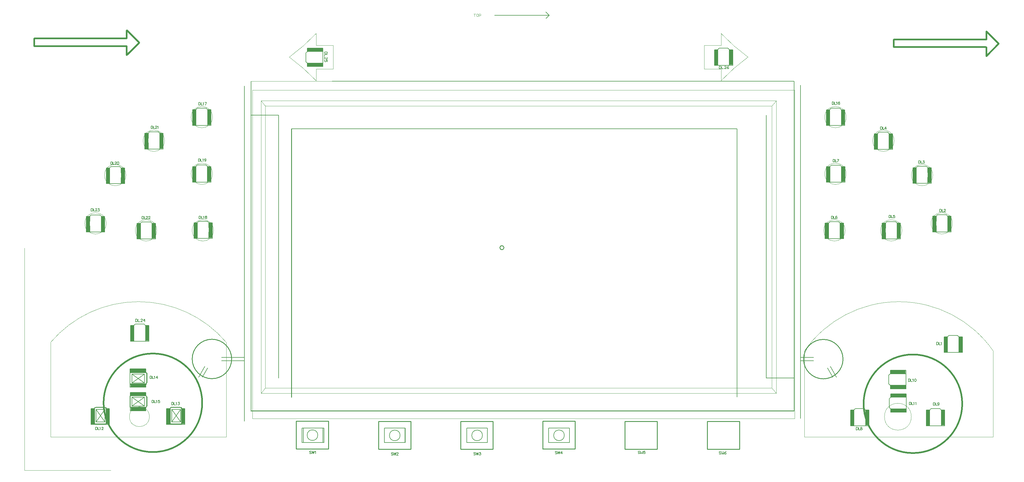
<source format=gto>
%FSLAX42Y42*%
%MOMM*%
G71*
G01*
G75*
G04 Layer_Color=65535*
%ADD10C,0.25*%
%ADD11R,1.60X2.70*%
%ADD12R,2.70X1.60*%
%ADD13C,1.00*%
%ADD14C,0.25*%
%ADD15C,0.50*%
%ADD16C,0.30*%
%ADD17C,0.35*%
%ADD18C,1.00*%
%ADD19C,1.20*%
%ADD20C,0.20*%
%ADD21C,0.40*%
%ADD22C,0.80*%
%ADD23C,0.60*%
%ADD24O,2.40X2.00*%
%ADD25O,1.40X2.50*%
%ADD26R,1.40X2.50*%
%ADD27C,1.70*%
%ADD28R,2.50X1.40*%
%ADD29O,2.50X1.40*%
%ADD30O,2.00X2.30*%
%ADD31O,2.00X3.00*%
%ADD32P,2.71X8X292.5*%
%ADD33C,2.50*%
%ADD34O,1.20X2.50*%
%ADD35R,1.20X2.50*%
%ADD36C,3.00*%
%ADD37C,0.60*%
%ADD38C,0.80*%
%ADD39R,0.50X1.10*%
%ADD40R,1.30X1.30*%
%ADD41R,1.10X0.50*%
%ADD42R,1.30X1.30*%
%ADD43R,1.35X0.70*%
%ADD44R,1.80X0.70*%
G04:AMPARAMS|DCode=45|XSize=1.9mm|YSize=3.3mm|CornerRadius=0mm|HoleSize=0mm|Usage=FLASHONLY|Rotation=90.000|XOffset=0mm|YOffset=0mm|HoleType=Round|Shape=Octagon|*
%AMOCTAGOND45*
4,1,8,-1.65,-0.47,-1.65,0.47,-1.17,0.95,1.17,0.95,1.65,0.47,1.65,-0.47,1.17,-0.95,-1.17,-0.95,-1.65,-0.47,0.0*
%
%ADD45OCTAGOND45*%

%ADD46R,1.60X1.80*%
%ADD47R,1.80X1.60*%
%ADD48R,1.65X0.60*%
%ADD49R,1.80X1.60*%
%ADD50P,1.84X4X360.0*%
%ADD51P,1.84X4X90.0*%
%ADD52R,3.00X2.00*%
%ADD53R,1.80X2.70*%
%ADD54R,1.20X1.60*%
%ADD55R,1.80X2.00*%
%ADD56R,2.50X2.00*%
%ADD57R,1.20X3.50*%
%ADD58R,2.20X2.20*%
G04:AMPARAMS|DCode=59|XSize=2.2mm|YSize=2.2mm|CornerRadius=0.55mm|HoleSize=0mm|Usage=FLASHONLY|Rotation=270.000|XOffset=0mm|YOffset=0mm|HoleType=Round|Shape=RoundedRectangle|*
%AMROUNDEDRECTD59*
21,1,2.20,1.10,0,0,270.0*
21,1,1.10,2.20,0,0,270.0*
1,1,1.10,-0.55,-0.55*
1,1,1.10,-0.55,0.55*
1,1,1.10,0.55,0.55*
1,1,1.10,0.55,-0.55*
%
%ADD59ROUNDEDRECTD59*%
%ADD60R,2.00X1.80*%
G04:AMPARAMS|DCode=61|XSize=6mm|YSize=12.7mm|CornerRadius=1.5mm|HoleSize=0mm|Usage=FLASHONLY|Rotation=0.000|XOffset=0mm|YOffset=0mm|HoleType=Round|Shape=RoundedRectangle|*
%AMROUNDEDRECTD61*
21,1,6.00,9.70,0,0,0.0*
21,1,3.00,12.70,0,0,0.0*
1,1,3.00,1.50,-4.85*
1,1,3.00,-1.50,-4.85*
1,1,3.00,-1.50,4.85*
1,1,3.00,1.50,4.85*
%
%ADD61ROUNDEDRECTD61*%
%ADD62R,1.00X1.00*%
%ADD63R,1.30X1.00*%
%ADD64R,1.60X1.20*%
%ADD65R,2.60X1.60*%
%ADD66R,1.10X2.15*%
%ADD67R,1.10X2.15*%
%ADD68R,3.50X2.15*%
%ADD69R,2.15X3.50*%
%ADD70R,2.15X1.10*%
%ADD71R,2.15X1.10*%
%ADD72R,0.50X1.80*%
%ADD73O,0.50X1.80*%
%ADD74R,1.00X1.00*%
%ADD75R,1.00X1.30*%
%ADD76R,2.50X4.00*%
%ADD77O,1.80X0.55*%
%ADD78R,1.80X0.55*%
%ADD79R,2.50X3.30*%
%ADD80O,1.80X0.50*%
%ADD81R,1.80X0.50*%
G04:AMPARAMS|DCode=82|XSize=1.9mm|YSize=3.3mm|CornerRadius=0mm|HoleSize=0mm|Usage=FLASHONLY|Rotation=0.000|XOffset=0mm|YOffset=0mm|HoleType=Round|Shape=Octagon|*
%AMOCTAGOND82*
4,1,8,-0.47,1.65,0.47,1.65,0.95,1.17,0.95,-1.17,0.47,-1.65,-0.47,-1.65,-0.95,-1.17,-0.95,1.17,-0.47,1.65,0.0*
%
%ADD82OCTAGOND82*%

%ADD83R,0.70X1.80*%
%ADD84R,0.70X1.35*%
%ADD85R,5.80X6.20*%
%ADD86R,1.60X3.00*%
%ADD87R,1.27X0.50*%
%ADD88R,0.50X1.27*%
%ADD89R,1.60X1.80*%
G04:AMPARAMS|DCode=90|XSize=6mm|YSize=12.7mm|CornerRadius=1.5mm|HoleSize=0mm|Usage=FLASHONLY|Rotation=90.000|XOffset=0mm|YOffset=0mm|HoleType=Round|Shape=RoundedRectangle|*
%AMROUNDEDRECTD90*
21,1,6.00,9.70,0,0,90.0*
21,1,3.00,12.70,0,0,90.0*
1,1,3.00,4.85,1.50*
1,1,3.00,4.85,-1.50*
1,1,3.00,-4.85,-1.50*
1,1,3.00,-4.85,1.50*
%
%ADD90ROUNDEDRECTD90*%
%ADD91R,2.00X3.00*%
%ADD92R,1.00X4.50*%
%ADD93R,9.00X9.00*%
%ADD94R,0.25X2.00*%
%ADD95R,2.00X0.25*%
%ADD96R,1.90X1.60*%
%ADD97R,1.45X2.00*%
%ADD98O,1.60X0.25*%
%ADD99R,1.60X0.25*%
G04:AMPARAMS|DCode=100|XSize=5mm|YSize=1.6mm|CornerRadius=0.4mm|HoleSize=0mm|Usage=FLASHONLY|Rotation=90.000|XOffset=0mm|YOffset=0mm|HoleType=Round|Shape=RoundedRectangle|*
%AMROUNDEDRECTD100*
21,1,5.00,0.80,0,0,90.0*
21,1,4.20,1.60,0,0,90.0*
1,1,0.80,0.40,2.10*
1,1,0.80,0.40,-2.10*
1,1,0.80,-0.40,-2.10*
1,1,0.80,-0.40,2.10*
%
%ADD100ROUNDEDRECTD100*%
%ADD101R,0.60X1.65*%
%ADD102C,0.15*%
%ADD103R,6.05X6.05*%
%ADD104R,4.95X6.30*%
%ADD105R,1.57X1.19*%
%ADD106C,0.10*%
%ADD107C,0.13*%
%ADD108C,0.14*%
%ADD109R,4.76X1.25*%
%ADD110R,4.69X1.25*%
%ADD111R,1.25X4.69*%
%ADD112R,1.25X4.76*%
D10*
X6300Y3391D02*
G03*
X6300Y3391I-600J0D01*
G01*
X24897Y3386D02*
G03*
X24897Y3386I-600J0D01*
G01*
X14582Y6778D02*
G03*
X14582Y6778I-62J0D01*
G01*
X19247Y645D02*
Y1495D01*
X18264Y645D02*
X19247D01*
X18264D02*
Y1495D01*
X19247D01*
X21749Y645D02*
Y1495D01*
X20766Y645D02*
X21749D01*
X20766D02*
Y1495D01*
X21749D01*
X10769Y1493D02*
X11751D01*
X10769Y643D02*
Y1493D01*
Y643D02*
X11751D01*
Y643D02*
Y1493D01*
X13268Y1495D02*
X14251D01*
X13268Y645D02*
Y1495D01*
Y645D02*
X14251D01*
Y645D02*
Y1495D01*
X15762Y1500D02*
X16745D01*
X15762Y650D02*
Y1500D01*
Y650D02*
X16745D01*
Y650D02*
Y1500D01*
X8116Y2227D02*
Y10394D01*
X8262Y1499D02*
X9244D01*
X8262Y649D02*
Y1499D01*
Y649D02*
X9244D01*
Y649D02*
Y1499D01*
D15*
X28523Y2027D02*
G03*
X28523Y2027I-1500J0D01*
G01*
X5404Y2057D02*
G03*
X5404Y2057I-1500J0D01*
G01*
X26468Y13115D02*
X29186D01*
X29261Y13360D02*
X29635Y12987D01*
Y12985D02*
Y12987D01*
X29278Y12628D02*
X29635Y12985D01*
X29256Y12607D02*
Y12880D01*
X26442Y12884D02*
X29238D01*
X26442D02*
Y13107D01*
X26451Y13116D01*
X29164Y13115D02*
X29257D01*
X29258Y13115D01*
Y13357D01*
X29257Y13357D02*
X29258Y13357D01*
X29256Y12607D02*
X29331Y12682D01*
X3106Y12640D02*
X3181Y12715D01*
X3107Y13391D02*
X3108Y13390D01*
Y13149D02*
Y13390D01*
X3107Y13148D02*
X3108Y13149D01*
X3014Y13148D02*
X3107D01*
X292Y13141D02*
X301Y13150D01*
X292Y12917D02*
Y13141D01*
Y12917D02*
X3088D01*
X3106Y12640D02*
Y12914D01*
X3128Y12661D02*
X3485Y13018D01*
Y13020D01*
X3111Y13394D02*
X3485Y13020D01*
X318Y13148D02*
X3036D01*
D20*
X26344Y1875D02*
X26493D01*
X26303Y1916D02*
X26343Y1876D01*
X26303Y1916D02*
Y2182D01*
X26343Y2222D01*
X26346Y2225D02*
X26493D01*
X26633D02*
X26823D01*
X26633Y1875D02*
X26823D01*
Y1770D02*
Y2330D01*
Y1875D02*
Y2225D01*
X26346Y2330D02*
X26823D01*
X26346Y1770D02*
Y1875D01*
Y1770D02*
X26823D01*
X26346Y2222D02*
Y2330D01*
X26343Y2222D02*
X26346D01*
X26330Y2938D02*
X26334D01*
Y3046D01*
Y2486D02*
X26810D01*
X26334D02*
Y2591D01*
Y3046D02*
X26810D01*
Y2591D02*
Y2941D01*
Y2486D02*
Y3046D01*
X26620Y2591D02*
X26810D01*
X26620Y2941D02*
X26810D01*
X26334D02*
X26480D01*
X26290Y2898D02*
X26330Y2938D01*
X26290Y2632D02*
Y2898D01*
Y2632D02*
X26330Y2592D01*
X26331Y2591D02*
X26480D01*
X3546Y2270D02*
X3695D01*
X3696Y2270D02*
X3736Y2230D01*
Y1963D02*
Y2230D01*
X3696Y1923D02*
X3736Y1963D01*
X3546Y1920D02*
X3692D01*
X3216D02*
X3406D01*
X3216Y2270D02*
X3406D01*
X3216Y1816D02*
Y2375D01*
Y1920D02*
Y2270D01*
Y1816D02*
X3692D01*
Y2270D02*
Y2375D01*
X3216D02*
X3692D01*
Y1816D02*
Y1923D01*
X3696D01*
X3686Y2639D02*
X3689D01*
X3686Y2532D02*
Y2639D01*
X3209Y3092D02*
X3686D01*
Y2987D02*
Y3092D01*
X3209Y2532D02*
X3686D01*
X3209Y2637D02*
Y2987D01*
Y2532D02*
Y3092D01*
Y2987D02*
X3399D01*
X3209Y2637D02*
X3399D01*
X3539D02*
X3686D01*
X3689Y2639D02*
X3729Y2679D01*
Y2946D01*
X3689Y2986D02*
X3729Y2946D01*
X3539Y2987D02*
X3688D01*
X3875Y7521D02*
Y7525D01*
Y7521D02*
X3982D01*
X3422Y7045D02*
Y7521D01*
X3527D01*
X3982Y7045D02*
Y7521D01*
X3527Y7045D02*
X3877D01*
X3422D02*
X3982D01*
X3527D02*
Y7235D01*
X3877Y7045D02*
Y7235D01*
Y7375D02*
Y7521D01*
X3835Y7565D02*
X3875Y7525D01*
X3568Y7565D02*
X3835D01*
X3528Y7525D02*
X3568Y7565D01*
X3527Y7375D02*
Y7524D01*
X3763Y10113D02*
Y10262D01*
X3764Y10263D02*
X3804Y10303D01*
X4071D01*
X4111Y10263D01*
X4113Y10113D02*
Y10259D01*
Y9783D02*
Y9973D01*
X3763Y9783D02*
Y9973D01*
X3658Y9783D02*
X4218D01*
X3763D02*
X4113D01*
X4218D02*
Y10259D01*
X3658D02*
X3763D01*
X3658Y9783D02*
Y10259D01*
X4111D02*
X4218D01*
X4111D02*
Y10263D01*
X2937Y9205D02*
Y9209D01*
Y9205D02*
X3045D01*
X2485Y8729D02*
Y9205D01*
X2590D01*
X3045Y8729D02*
Y9205D01*
X2590Y8729D02*
X2940D01*
X2485D02*
X3045D01*
X2590D02*
Y8919D01*
X2940Y8729D02*
Y8919D01*
Y9059D02*
Y9205D01*
X2897Y9249D02*
X2937Y9209D01*
X2631Y9249D02*
X2897D01*
X2591Y9209D02*
X2631Y9249D01*
X2590Y9059D02*
Y9208D01*
X5214Y9104D02*
Y9253D01*
X5215Y9254D02*
X5255Y9294D01*
X5521D01*
X5561Y9254D01*
X5564Y9104D02*
Y9251D01*
Y8774D02*
Y8964D01*
X5214Y8774D02*
Y8964D01*
X5109Y8774D02*
X5669D01*
X5214D02*
X5564D01*
X5669D02*
Y9251D01*
X5109D02*
X5214D01*
X5109Y8774D02*
Y9251D01*
X5561D02*
X5669D01*
X5561D02*
Y9254D01*
X5604Y7539D02*
Y7543D01*
Y7539D02*
X5712D01*
X5152Y7063D02*
Y7539D01*
X5257D01*
X5712Y7063D02*
Y7539D01*
X5257Y7063D02*
X5607D01*
X5152D02*
X5712D01*
X5257D02*
Y7253D01*
X5607Y7063D02*
Y7253D01*
Y7393D02*
Y7539D01*
X5564Y7583D02*
X5604Y7543D01*
X5298Y7583D02*
X5564D01*
X5258Y7543D02*
X5298Y7583D01*
X5257Y7393D02*
Y7541D01*
X5216Y10834D02*
Y10983D01*
X5217Y10984D02*
X5257Y11024D01*
X5524D01*
X5564Y10984D01*
X5566Y10834D02*
Y10981D01*
Y10504D02*
Y10694D01*
X5216Y10504D02*
Y10694D01*
X5111Y10504D02*
X5671D01*
X5216D02*
X5566D01*
X5671D02*
Y10981D01*
X5111D02*
X5216D01*
X5111Y10504D02*
Y10981D01*
X5564D02*
X5671D01*
X5564D02*
Y10984D01*
X24842Y10978D02*
Y10982D01*
Y10978D02*
X24950D01*
X24390Y10502D02*
Y10978D01*
X24495D01*
X24950Y10502D02*
Y10978D01*
X24495Y10502D02*
X24845D01*
X24390D02*
X24950D01*
X24495D02*
Y10692D01*
X24845Y10502D02*
Y10692D01*
Y10832D02*
Y10978D01*
X24802Y11022D02*
X24842Y10982D01*
X24536Y11022D02*
X24802D01*
X24496Y10982D02*
X24536Y11022D01*
X24495Y10832D02*
Y10981D01*
X4422Y1731D02*
Y1879D01*
X4423Y1881D02*
X4463Y1921D01*
X4730D01*
X4770Y1881D01*
X4772Y1731D02*
Y1877D01*
Y1401D02*
Y1591D01*
X4422Y1401D02*
Y1591D01*
X4317Y1401D02*
X4877D01*
X4422D02*
X4772D01*
X4877D02*
Y1877D01*
X4317D02*
X4422D01*
X4317Y1401D02*
Y1877D01*
X4770D02*
X4877D01*
X4770D02*
Y1881D01*
X2473Y1877D02*
Y1881D01*
Y1877D02*
X2580D01*
X2020Y1401D02*
Y1877D01*
X2125D01*
X2580Y1401D02*
Y1877D01*
X2125Y1401D02*
X2475D01*
X2020D02*
X2580D01*
X2125D02*
Y1591D01*
X2475Y1401D02*
Y1591D01*
Y1731D02*
Y1877D01*
X2433Y1921D02*
X2473Y1881D01*
X2166Y1921D02*
X2433D01*
X2126Y1881D02*
X2166Y1921D01*
X2125Y1731D02*
Y1879D01*
X27536Y1690D02*
Y1839D01*
X27537Y1840D02*
X27577Y1880D01*
X27843D01*
X27883Y1840D01*
X27886Y1690D02*
Y1836D01*
Y1360D02*
Y1550D01*
X27536Y1360D02*
Y1550D01*
X27431Y1360D02*
X27991D01*
X27536D02*
X27886D01*
X27991D02*
Y1836D01*
X27431D02*
X27536D01*
X27431Y1360D02*
Y1836D01*
X27883D02*
X27991D01*
X27883D02*
Y1840D01*
X24500Y9102D02*
Y9251D01*
X24501Y9252D02*
X24541Y9292D01*
X24807D01*
X24848Y9252D01*
X24850Y9102D02*
Y9248D01*
Y8772D02*
Y8962D01*
X24500Y8772D02*
Y8962D01*
X24395Y8772D02*
X24955D01*
X24500D02*
X24850D01*
X24955D02*
Y9248D01*
X24395D02*
X24500D01*
X24395Y8772D02*
Y9248D01*
X24848D02*
X24955D01*
X24848D02*
Y9252D01*
X24804Y7529D02*
Y7532D01*
Y7529D02*
X24912D01*
X24352Y7052D02*
Y7529D01*
X24457D01*
X24912Y7052D02*
Y7529D01*
X24457Y7052D02*
X24807D01*
X24352D02*
X24912D01*
X24457D02*
Y7242D01*
X24807Y7052D02*
Y7242D01*
Y7382D02*
Y7529D01*
X24764Y7572D02*
X24804Y7532D01*
X24498Y7572D02*
X24764D01*
X24458Y7532D02*
X24498Y7572D01*
X24457Y7382D02*
Y7531D01*
X26192Y7377D02*
Y7526D01*
X26192Y7527D02*
X26232Y7567D01*
X26499D01*
X26539Y7527D01*
X26542Y7377D02*
Y7524D01*
Y7047D02*
Y7237D01*
X26192Y7047D02*
Y7237D01*
X26086Y7047D02*
X26646D01*
X26192D02*
X26542D01*
X26646D02*
Y7524D01*
X26086D02*
X26192D01*
X26086Y7047D02*
Y7524D01*
X26539D02*
X26646D01*
X26539D02*
Y7527D01*
X26295Y10249D02*
Y10253D01*
Y10249D02*
X26403D01*
X25843Y9773D02*
Y10249D01*
X25948D01*
X26403Y9773D02*
Y10249D01*
X25948Y9773D02*
X26298D01*
X25843D02*
X26403D01*
X25948D02*
Y9963D01*
X26298Y9773D02*
Y9963D01*
Y10103D02*
Y10249D01*
X26255Y10293D02*
X26295Y10253D01*
X25989Y10293D02*
X26255D01*
X25949Y10253D02*
X25989Y10293D01*
X25948Y10103D02*
Y10252D01*
X27126Y9069D02*
Y9218D01*
X27127Y9219D02*
X27167Y9259D01*
X27434D01*
X27474Y9219D01*
X27476Y9069D02*
Y9215D01*
Y8739D02*
Y8929D01*
X27126Y8739D02*
Y8929D01*
X27021Y8739D02*
X27581D01*
X27126D02*
X27476D01*
X27581D02*
Y9215D01*
X27021D02*
X27126D01*
X27021Y8739D02*
Y9215D01*
X27474D02*
X27581D01*
X27474D02*
Y9219D01*
X28078Y7737D02*
Y7741D01*
Y7737D02*
X28186D01*
X27626Y7261D02*
Y7737D01*
X27731D01*
X28186Y7261D02*
Y7737D01*
X27731Y7261D02*
X28081D01*
X27626D02*
X28186D01*
X27731D02*
Y7451D01*
X28081Y7261D02*
Y7451D01*
Y7591D02*
Y7737D01*
X28038Y7781D02*
X28078Y7741D01*
X27772Y7781D02*
X28038D01*
X27732Y7741D02*
X27772Y7781D01*
X27731Y7591D02*
Y7740D01*
X28074Y3918D02*
Y4067D01*
X28075Y4068D02*
X28115Y4108D01*
X28381D01*
X28421Y4068D01*
X28424Y3918D02*
Y4064D01*
Y3588D02*
Y3778D01*
X28074Y3588D02*
Y3778D01*
X27969Y3588D02*
X28529D01*
X28074D02*
X28424D01*
X28529D02*
Y4064D01*
X27969D02*
X28074D01*
X27969Y3588D02*
Y4064D01*
X28421D02*
X28529D01*
X28421D02*
Y4068D01*
X1985Y7586D02*
Y7735D01*
X1986Y7736D02*
X2026Y7776D01*
X2293D01*
X2333Y7736D01*
X2335Y7586D02*
Y7732D01*
Y7256D02*
Y7446D01*
X1985Y7256D02*
Y7446D01*
X1880Y7256D02*
X2440D01*
X1985D02*
X2335D01*
X2440D02*
Y7732D01*
X1880D02*
X1985D01*
X1880Y7256D02*
Y7732D01*
X2333D02*
X2440D01*
X2333D02*
Y7736D01*
X21670Y2235D02*
Y10402D01*
X8121D02*
X21670D01*
X25232Y1690D02*
Y1839D01*
X25233Y1840D02*
X25273Y1880D01*
X25539D01*
X25579Y1840D01*
X25582Y1690D02*
Y1836D01*
Y1360D02*
Y1550D01*
X25232Y1360D02*
Y1550D01*
X25127Y1360D02*
X25687D01*
X25232D02*
X25582D01*
X25687D02*
Y1836D01*
X25127D02*
X25232D01*
X25127Y1360D02*
Y1836D01*
X25579D02*
X25687D01*
X25579D02*
Y1840D01*
X8599Y12398D02*
X8748D01*
X8558Y12439D02*
X8598Y12399D01*
X8558Y12439D02*
Y12706D01*
X8598Y12746D01*
X8602Y12748D02*
X8748D01*
X8888D02*
X9078D01*
X8888Y12398D02*
X9078D01*
Y12293D02*
Y12853D01*
Y12398D02*
Y12748D01*
X8602Y12853D02*
X9078D01*
X8602Y12293D02*
Y12398D01*
Y12293D02*
X9078D01*
X8602Y12746D02*
Y12853D01*
X8598Y12746D02*
X8602D01*
X21089Y12660D02*
Y12809D01*
X21090Y12810D02*
X21130Y12850D01*
X21396D01*
X21436Y12810D01*
X21439Y12660D02*
Y12807D01*
Y12330D02*
Y12520D01*
X21089Y12330D02*
Y12520D01*
X20984Y12330D02*
X21544D01*
X21089D02*
X21439D01*
X21544D02*
Y12807D01*
X20984D02*
X21089D01*
X20984Y12330D02*
Y12807D01*
X21436D02*
X21544D01*
X21436D02*
Y12810D01*
X3329Y4263D02*
Y4412D01*
X3330Y4413D02*
X3370Y4453D01*
X3637D01*
X3677Y4413D01*
X3679Y4263D02*
Y4410D01*
Y3933D02*
Y4123D01*
X3329Y3933D02*
Y4123D01*
X3224Y3933D02*
X3784D01*
X3329D02*
X3679D01*
X3784D02*
Y4410D01*
X3224D02*
X3329D01*
X3224Y3933D02*
Y4410D01*
X3677D02*
X3784D01*
X3677D02*
Y4413D01*
X14299Y13856D02*
X15963D01*
X15859Y13958D02*
X15961Y13856D01*
X15869Y13762D02*
X15961Y13854D01*
D106*
X6134Y3899D02*
G03*
X797Y3899I-2669J-2264D01*
G01*
X29466Y3636D02*
G03*
X23724Y3636I-2871J-2002D01*
G01*
X8055Y12580D02*
G03*
X8870Y13298I-3530J4833D01*
G01*
Y11862D02*
G03*
X8055Y12580I-4345J-4116D01*
G01*
X21190Y13298D02*
G03*
X22005Y12580I4345J4116D01*
G01*
D02*
G03*
X21190Y11862I3530J-4833D01*
G01*
X28226Y7519D02*
G03*
X28226Y7519I-325J0D01*
G01*
X26689Y7305D02*
G03*
X26689Y7305I-325J0D01*
G01*
X24961D02*
G03*
X24961Y7305I-325J0D01*
G01*
X3083Y8988D02*
G03*
X3083Y8988I-325J0D01*
G01*
X5718Y10753D02*
G03*
X5718Y10753I-325J0D01*
G01*
X27627Y8988D02*
G03*
X27627Y8988I-325J0D01*
G01*
X26451Y10035D02*
G03*
X26451Y10035I-325J0D01*
G01*
X24992Y9029D02*
G03*
X24992Y9029I-325J0D01*
G01*
Y10753D02*
G03*
X24992Y10753I-325J0D01*
G01*
X2484Y7519D02*
G03*
X2484Y7519I-325J0D01*
G01*
X4021Y7305D02*
G03*
X4021Y7305I-325J0D01*
G01*
X5749D02*
G03*
X5749Y7305I-325J0D01*
G01*
X5718Y9029D02*
G03*
X5718Y9029I-325J0D01*
G01*
X4259Y10035D02*
G03*
X4259Y10035I-325J0D01*
G01*
X3797Y1634D02*
G03*
X3797Y1634I-303J0D01*
G01*
X26974D02*
G03*
X26974Y1634I-408J0D01*
G01*
X-0Y0D02*
Y6770D01*
X0Y0D02*
X2620D01*
X9385Y12220D02*
Y12940D01*
X7326Y2504D02*
X22734D01*
X7326Y11096D02*
X22734D01*
Y2504D02*
Y11096D01*
Y2504D02*
X22864Y2344D01*
X22734Y11096D02*
X22864Y11256D01*
X7196D02*
X7326Y11096D01*
X7196Y2344D02*
X7326Y2504D01*
X6934Y1574D02*
Y11574D01*
Y1574D02*
X23424D01*
Y11574D01*
X6934D02*
X23424D01*
X22864Y2344D02*
Y11256D01*
X7196Y2344D02*
X22864D01*
X7196D02*
Y11256D01*
X22864D01*
X0Y1100D02*
Y6770D01*
X26290Y1929D02*
X26323Y1956D01*
X0Y0D02*
Y1128D01*
Y0D02*
X1228D01*
X6887Y11843D02*
X9354D01*
X797Y1017D02*
Y3899D01*
X6134Y1017D02*
Y3899D01*
X23724Y1017D02*
X29466D01*
X797D02*
X6134D01*
X23724D02*
Y3636D01*
X29466Y1017D02*
Y3636D01*
X8870Y11862D02*
Y12220D01*
X9385D01*
X8870Y12940D02*
X9385D01*
X8870D02*
Y13298D01*
X21190Y11862D02*
Y12220D01*
X20675D02*
X21190D01*
X20675D02*
Y12940D01*
X21190D01*
Y13298D01*
X7326Y2509D02*
Y11101D01*
X13666Y13898D02*
X13719D01*
X13693D01*
Y13818D01*
X13786Y13898D02*
X13759D01*
X13746Y13885D01*
Y13831D01*
X13759Y13818D01*
X13786D01*
X13799Y13831D01*
Y13885D01*
X13786Y13898D01*
X13826Y13818D02*
Y13898D01*
X13866D01*
X13879Y13885D01*
Y13858D01*
X13866Y13845D01*
X13826D01*
D107*
X8920Y1072D02*
G03*
X8595Y1072I-162J0D01*
G01*
D02*
G03*
X8920Y1072I162J0D01*
G01*
X11099Y1065D02*
G03*
X11424Y1065I162J0D01*
G01*
D02*
G03*
X11099Y1065I-162J0D01*
G01*
X13604D02*
G03*
X13929Y1065I162J0D01*
G01*
D02*
G03*
X13604Y1065I-162J0D01*
G01*
X16095Y1067D02*
G03*
X16420Y1067I162J0D01*
G01*
D02*
G03*
X16095Y1067I-162J0D01*
G01*
X23606Y1584D02*
Y11730D01*
X23406Y1803D02*
Y11833D01*
X22561Y2813D02*
Y10813D01*
X24506Y3171D02*
X24699Y2837D01*
X24424Y3114D02*
X24584Y2837D01*
X6886Y10813D02*
X7731D01*
X5993Y3436D02*
X6686D01*
X23606D02*
X24002D01*
X23606Y3336D02*
X24002D01*
X5993D02*
X6686D01*
X22561Y2813D02*
X23406D01*
X6886Y1803D02*
X23406D01*
X7731Y2813D02*
Y10813D01*
X5411Y2837D02*
X5571Y3114D01*
X5295Y2837D02*
X5488Y3171D01*
X6686Y1503D02*
Y11700D01*
X23407Y1813D02*
Y11843D01*
X6887Y1813D02*
X23407D01*
X6887D02*
Y11843D01*
X3270Y1961D02*
X3650Y2231D01*
X3710Y1921D02*
Y2271D01*
X3210Y1921D02*
Y2271D01*
X3710D01*
X3210Y1921D02*
X3710D01*
X3270Y2231D02*
X3650Y1961D01*
Y2231D01*
X3270Y1961D02*
X3650D01*
X3270Y2231D02*
X3650D01*
X3270Y1961D02*
Y2231D01*
Y2931D02*
X3650Y2661D01*
X3710Y2621D02*
Y2971D01*
X3210Y2621D02*
Y2971D01*
Y2621D02*
X3710D01*
X3210Y2971D02*
X3710D01*
X3270Y2661D02*
X3650Y2931D01*
Y2661D02*
Y2931D01*
X3270D02*
X3650D01*
X3270Y2661D02*
X3650D01*
X3270D02*
Y2931D01*
X4475Y1476D02*
X4745Y1856D01*
X4435Y1416D02*
X4785D01*
X4435Y1916D02*
X4785D01*
X4435Y1416D02*
Y1916D01*
X4785Y1416D02*
Y1916D01*
X4475Y1856D02*
X4745Y1476D01*
X4475D02*
X4745D01*
Y1856D01*
X4475Y1476D02*
Y1856D01*
X4745D01*
X2175D02*
X2445Y1476D01*
X2135Y1416D02*
X2485D01*
X2135Y1916D02*
X2485D01*
Y1416D02*
Y1916D01*
X2135Y1416D02*
Y1916D01*
X2175Y1476D02*
X2445Y1856D01*
X2175Y1476D02*
X2445D01*
X2175D02*
Y1856D01*
X2445Y1476D02*
Y1856D01*
X2175D02*
X2445D01*
X9350Y11843D02*
X23407D01*
X8478Y847D02*
Y1287D01*
Y847D02*
X9108D01*
X8478Y1287D02*
X9108D01*
Y847D02*
Y1287D01*
X9073Y852D02*
Y1292D01*
X8443D02*
X9073D01*
X8262Y1499D02*
X9244D01*
Y649D02*
Y1499D01*
X8262Y649D02*
X9244D01*
X8262D02*
Y1499D01*
X8442Y852D02*
X9072D01*
X8442D02*
Y1292D01*
X11576Y845D02*
Y1285D01*
X10946Y845D02*
Y1285D01*
X11576D01*
X10946Y845D02*
X11576D01*
X10766Y641D02*
Y1491D01*
Y641D02*
X11748D01*
Y641D02*
Y1491D01*
X10766D02*
X11748D01*
X10947Y845D02*
X11577D01*
X10947D02*
Y1285D01*
X11577D01*
Y845D02*
Y1285D01*
X14081Y845D02*
Y1285D01*
X13451Y845D02*
Y1285D01*
X14081D01*
X13451Y845D02*
X14081D01*
X13270Y641D02*
Y1491D01*
Y641D02*
X14253D01*
Y641D02*
Y1491D01*
X13270D02*
X14253D01*
X13451Y845D02*
X14081D01*
X13451D02*
Y1285D01*
X14081D01*
Y845D02*
Y1285D01*
X16572Y847D02*
Y1287D01*
X15942Y847D02*
Y1287D01*
X16572D01*
X15942Y847D02*
X16572D01*
X15761Y644D02*
Y1494D01*
Y644D02*
X16744D01*
Y644D02*
Y1494D01*
X15761D02*
X16744D01*
X15942Y847D02*
X16572D01*
X15942D02*
Y1287D01*
X16572D01*
Y847D02*
Y1287D01*
D108*
X21185Y559D02*
X21172Y573D01*
X21145D01*
X21132Y559D01*
Y546D01*
X21145Y533D01*
X21172D01*
X21185Y519D01*
Y506D01*
X21172Y493D01*
X21145D01*
X21132Y506D01*
X21212Y573D02*
Y493D01*
X21238Y519D01*
X21265Y493D01*
Y573D01*
X21345D02*
X21318Y559D01*
X21292Y533D01*
Y506D01*
X21305Y493D01*
X21331D01*
X21345Y506D01*
Y519D01*
X21331Y533D01*
X21292D01*
X18719Y572D02*
X18705Y585D01*
X18679D01*
X18665Y572D01*
Y559D01*
X18679Y545D01*
X18705D01*
X18719Y532D01*
Y519D01*
X18705Y505D01*
X18679D01*
X18665Y519D01*
X18745Y585D02*
Y505D01*
X18772Y532D01*
X18799Y505D01*
Y585D01*
X18878D02*
X18825D01*
Y545D01*
X18852Y559D01*
X18865D01*
X18878Y545D01*
Y519D01*
X18865Y505D01*
X18838D01*
X18825Y519D01*
X2026Y7969D02*
Y7889D01*
Y7969D02*
X2052D01*
X2064Y7965D01*
X2071Y7958D01*
X2075Y7950D01*
X2079Y7939D01*
Y7920D01*
X2075Y7908D01*
X2071Y7901D01*
X2064Y7893D01*
X2052Y7889D01*
X2026D01*
X2097Y7969D02*
Y7889D01*
X2143D01*
X2155Y7950D02*
Y7954D01*
X2159Y7962D01*
X2163Y7965D01*
X2170Y7969D01*
X2186D01*
X2193Y7965D01*
X2197Y7962D01*
X2201Y7954D01*
Y7946D01*
X2197Y7939D01*
X2189Y7927D01*
X2151Y7889D01*
X2205D01*
X2230Y7969D02*
X2272D01*
X2249Y7939D01*
X2261D01*
X2268Y7935D01*
X2272Y7931D01*
X2276Y7920D01*
Y7912D01*
X2272Y7901D01*
X2264Y7893D01*
X2253Y7889D01*
X2242D01*
X2230Y7893D01*
X2226Y7897D01*
X2223Y7904D01*
X27746Y3903D02*
Y3823D01*
Y3903D02*
X27772D01*
X27784Y3899D01*
X27791Y3891D01*
X27795Y3884D01*
X27799Y3872D01*
Y3853D01*
X27795Y3842D01*
X27791Y3834D01*
X27784Y3827D01*
X27772Y3823D01*
X27746D01*
X27817Y3903D02*
Y3823D01*
X27863D01*
X27871Y3887D02*
X27879Y3891D01*
X27890Y3903D01*
Y3823D01*
X27840Y7949D02*
Y7869D01*
Y7949D02*
X27866D01*
X27878Y7945D01*
X27885Y7937D01*
X27889Y7930D01*
X27893Y7918D01*
Y7899D01*
X27889Y7888D01*
X27885Y7880D01*
X27878Y7873D01*
X27866Y7869D01*
X27840D01*
X27911Y7949D02*
Y7869D01*
X27957D01*
X27969Y7930D02*
Y7934D01*
X27973Y7941D01*
X27977Y7945D01*
X27984Y7949D01*
X28000D01*
X28007Y7945D01*
X28011Y7941D01*
X28015Y7934D01*
Y7926D01*
X28011Y7918D01*
X28003Y7907D01*
X27965Y7869D01*
X28019D01*
X27195Y9425D02*
Y9345D01*
Y9425D02*
X27221D01*
X27233Y9421D01*
X27240Y9413D01*
X27244Y9406D01*
X27248Y9394D01*
Y9375D01*
X27244Y9364D01*
X27240Y9356D01*
X27233Y9348D01*
X27221Y9345D01*
X27195D01*
X27266Y9425D02*
Y9345D01*
X27311D01*
X27328Y9425D02*
X27370D01*
X27347Y9394D01*
X27358D01*
X27366Y9390D01*
X27370Y9387D01*
X27374Y9375D01*
Y9368D01*
X27370Y9356D01*
X27362Y9348D01*
X27351Y9345D01*
X27339D01*
X27328Y9348D01*
X27324Y9352D01*
X27320Y9360D01*
X26036Y10458D02*
Y10378D01*
Y10458D02*
X26063D01*
X26074Y10455D01*
X26082Y10447D01*
X26086Y10439D01*
X26090Y10428D01*
Y10409D01*
X26086Y10397D01*
X26082Y10390D01*
X26074Y10382D01*
X26063Y10378D01*
X26036D01*
X26108Y10458D02*
Y10378D01*
X26153D01*
X26200Y10458D02*
X26162Y10405D01*
X26219D01*
X26200Y10458D02*
Y10378D01*
X26295Y7769D02*
Y7689D01*
Y7769D02*
X26322D01*
X26333Y7765D01*
X26341Y7757D01*
X26345Y7750D01*
X26349Y7738D01*
Y7719D01*
X26345Y7708D01*
X26341Y7700D01*
X26333Y7692D01*
X26322Y7689D01*
X26295D01*
X26367Y7769D02*
Y7689D01*
X26412D01*
X26467Y7769D02*
X26429D01*
X26425Y7734D01*
X26429Y7738D01*
X26440Y7742D01*
X26452D01*
X26463Y7738D01*
X26471Y7730D01*
X26474Y7719D01*
Y7711D01*
X26471Y7700D01*
X26463Y7692D01*
X26452Y7689D01*
X26440D01*
X26429Y7692D01*
X26425Y7696D01*
X26421Y7704D01*
X24543Y7741D02*
Y7661D01*
Y7741D02*
X24569D01*
X24581Y7737D01*
X24588Y7729D01*
X24592Y7722D01*
X24596Y7710D01*
Y7691D01*
X24592Y7680D01*
X24588Y7672D01*
X24581Y7664D01*
X24569Y7661D01*
X24543D01*
X24614Y7741D02*
Y7661D01*
X24660D01*
X24714Y7729D02*
X24710Y7737D01*
X24699Y7741D01*
X24691D01*
X24680Y7737D01*
X24672Y7725D01*
X24668Y7706D01*
Y7687D01*
X24672Y7672D01*
X24680Y7664D01*
X24691Y7661D01*
X24695D01*
X24707Y7664D01*
X24714Y7672D01*
X24718Y7683D01*
Y7687D01*
X24714Y7699D01*
X24707Y7706D01*
X24695Y7710D01*
X24691D01*
X24680Y7706D01*
X24672Y7699D01*
X24668Y7687D01*
X24591Y9468D02*
Y9388D01*
Y9468D02*
X24618D01*
X24629Y9464D01*
X24637Y9456D01*
X24641Y9449D01*
X24644Y9437D01*
Y9418D01*
X24641Y9407D01*
X24637Y9399D01*
X24629Y9392D01*
X24618Y9388D01*
X24591D01*
X24662Y9468D02*
Y9388D01*
X24708D01*
X24770Y9468D02*
X24732Y9388D01*
X24717Y9468D02*
X24770D01*
X27644Y2061D02*
Y1981D01*
Y2061D02*
X27671D01*
X27682Y2057D01*
X27690Y2050D01*
X27694Y2042D01*
X27697Y2031D01*
Y2012D01*
X27694Y2000D01*
X27690Y1993D01*
X27682Y1985D01*
X27671Y1981D01*
X27644D01*
X27715Y2061D02*
Y1981D01*
X27761D01*
X27819Y2035D02*
X27816Y2023D01*
X27808Y2015D01*
X27796Y2012D01*
X27793D01*
X27781Y2015D01*
X27774Y2023D01*
X27770Y2035D01*
Y2038D01*
X27774Y2050D01*
X27781Y2057D01*
X27793Y2061D01*
X27796D01*
X27808Y2057D01*
X27816Y2050D01*
X27819Y2035D01*
Y2015D01*
X27816Y1996D01*
X27808Y1985D01*
X27796Y1981D01*
X27789D01*
X27777Y1985D01*
X27774Y1993D01*
X26885Y2785D02*
Y2705D01*
Y2785D02*
X26911D01*
X26923Y2781D01*
X26930Y2774D01*
X26934Y2766D01*
X26938Y2755D01*
Y2736D01*
X26934Y2724D01*
X26930Y2717D01*
X26923Y2709D01*
X26911Y2705D01*
X26885D01*
X26956Y2785D02*
Y2705D01*
X27002D01*
X27010Y2770D02*
X27018Y2774D01*
X27029Y2785D01*
Y2705D01*
X27092Y2785D02*
X27080Y2781D01*
X27073Y2770D01*
X27069Y2751D01*
Y2739D01*
X27073Y2720D01*
X27080Y2709D01*
X27092Y2705D01*
X27099D01*
X27111Y2709D01*
X27119Y2720D01*
X27122Y2739D01*
Y2751D01*
X27119Y2770D01*
X27111Y2781D01*
X27099Y2785D01*
X27092D01*
X26913Y2079D02*
Y1999D01*
Y2079D02*
X26939D01*
X26951Y2075D01*
X26958Y2068D01*
X26962Y2060D01*
X26966Y2048D01*
Y2029D01*
X26962Y2018D01*
X26958Y2010D01*
X26951Y2003D01*
X26939Y1999D01*
X26913D01*
X26984Y2079D02*
Y1999D01*
X27030D01*
X27038Y2064D02*
X27046Y2068D01*
X27057Y2079D01*
Y1999D01*
X27097Y2064D02*
X27105Y2068D01*
X27116Y2079D01*
Y1999D01*
X2160Y1317D02*
Y1237D01*
Y1317D02*
X2187D01*
X2198Y1313D01*
X2206Y1306D01*
X2210Y1298D01*
X2214Y1286D01*
Y1267D01*
X2210Y1256D01*
X2206Y1248D01*
X2198Y1241D01*
X2187Y1237D01*
X2160D01*
X2232Y1317D02*
Y1237D01*
X2277D01*
X2286Y1302D02*
X2294Y1306D01*
X2305Y1317D01*
Y1237D01*
X2348Y1298D02*
Y1302D01*
X2352Y1309D01*
X2356Y1313D01*
X2364Y1317D01*
X2379D01*
X2387Y1313D01*
X2390Y1309D01*
X2394Y1302D01*
Y1294D01*
X2390Y1286D01*
X2383Y1275D01*
X2345Y1237D01*
X2398D01*
X4477Y2074D02*
Y1994D01*
Y2074D02*
X4503D01*
X4515Y2070D01*
X4522Y2062D01*
X4526Y2055D01*
X4530Y2043D01*
Y2024D01*
X4526Y2013D01*
X4522Y2005D01*
X4515Y1998D01*
X4503Y1994D01*
X4477D01*
X4548Y2074D02*
Y1994D01*
X4594D01*
X4602Y2059D02*
X4610Y2062D01*
X4622Y2074D01*
Y1994D01*
X4669Y2074D02*
X4711D01*
X4688Y2043D01*
X4699D01*
X4707Y2040D01*
X4711Y2036D01*
X4714Y2024D01*
Y2017D01*
X4711Y2005D01*
X4703Y1998D01*
X4692Y1994D01*
X4680D01*
X4669Y1998D01*
X4665Y2002D01*
X4661Y2009D01*
X3816Y2871D02*
Y2791D01*
Y2871D02*
X3843D01*
X3854Y2868D01*
X3862Y2860D01*
X3866Y2852D01*
X3870Y2841D01*
Y2822D01*
X3866Y2811D01*
X3862Y2803D01*
X3854Y2795D01*
X3843Y2791D01*
X3816D01*
X3888Y2871D02*
Y2791D01*
X3933D01*
X3942Y2856D02*
X3950Y2860D01*
X3961Y2871D01*
Y2791D01*
X4039Y2871D02*
X4001Y2818D01*
X4058D01*
X4039Y2871D02*
Y2791D01*
X3875Y2137D02*
Y2057D01*
Y2137D02*
X3901D01*
X3913Y2134D01*
X3921Y2126D01*
X3924Y2118D01*
X3928Y2107D01*
Y2088D01*
X3924Y2076D01*
X3921Y2069D01*
X3913Y2061D01*
X3901Y2057D01*
X3875D01*
X3946Y2137D02*
Y2057D01*
X3992D01*
X4000Y2122D02*
X4008Y2126D01*
X4020Y2137D01*
Y2057D01*
X4105Y2137D02*
X4067D01*
X4063Y2103D01*
X4067Y2107D01*
X4078Y2111D01*
X4090D01*
X4101Y2107D01*
X4109Y2099D01*
X4112Y2088D01*
Y2080D01*
X4109Y2069D01*
X4101Y2061D01*
X4090Y2057D01*
X4078D01*
X4067Y2061D01*
X4063Y2065D01*
X4059Y2073D01*
X24566Y11218D02*
Y11138D01*
Y11218D02*
X24592D01*
X24604Y11214D01*
X24611Y11206D01*
X24615Y11199D01*
X24619Y11187D01*
Y11168D01*
X24615Y11157D01*
X24611Y11149D01*
X24604Y11142D01*
X24592Y11138D01*
X24566D01*
X24637Y11218D02*
Y11138D01*
X24683D01*
X24691Y11203D02*
X24699Y11206D01*
X24710Y11218D01*
Y11138D01*
X24796Y11206D02*
X24792Y11214D01*
X24780Y11218D01*
X24773D01*
X24761Y11214D01*
X24754Y11203D01*
X24750Y11184D01*
Y11165D01*
X24754Y11149D01*
X24761Y11142D01*
X24773Y11138D01*
X24777D01*
X24788Y11142D01*
X24796Y11149D01*
X24799Y11161D01*
Y11165D01*
X24796Y11176D01*
X24788Y11184D01*
X24777Y11187D01*
X24773D01*
X24761Y11184D01*
X24754Y11176D01*
X24750Y11165D01*
X5300Y11200D02*
Y11120D01*
Y11200D02*
X5326D01*
X5338Y11196D01*
X5345Y11189D01*
X5349Y11181D01*
X5353Y11170D01*
Y11151D01*
X5349Y11139D01*
X5345Y11132D01*
X5338Y11124D01*
X5326Y11120D01*
X5300D01*
X5371Y11200D02*
Y11120D01*
X5417D01*
X5425Y11185D02*
X5433Y11189D01*
X5444Y11200D01*
Y11120D01*
X5537Y11200D02*
X5499Y11120D01*
X5484Y11200D02*
X5537D01*
X5307Y7743D02*
Y7663D01*
Y7743D02*
X5334D01*
X5345Y7739D01*
X5353Y7732D01*
X5357Y7724D01*
X5361Y7713D01*
Y7694D01*
X5357Y7682D01*
X5353Y7675D01*
X5345Y7667D01*
X5334Y7663D01*
X5307D01*
X5379Y7743D02*
Y7663D01*
X5424D01*
X5433Y7728D02*
X5441Y7732D01*
X5452Y7743D01*
Y7663D01*
X5511Y7743D02*
X5499Y7739D01*
X5496Y7732D01*
Y7724D01*
X5499Y7717D01*
X5507Y7713D01*
X5522Y7709D01*
X5534Y7705D01*
X5541Y7697D01*
X5545Y7690D01*
Y7678D01*
X5541Y7671D01*
X5537Y7667D01*
X5526Y7663D01*
X5511D01*
X5499Y7667D01*
X5496Y7671D01*
X5492Y7678D01*
Y7690D01*
X5496Y7697D01*
X5503Y7705D01*
X5515Y7709D01*
X5530Y7713D01*
X5537Y7717D01*
X5541Y7724D01*
Y7732D01*
X5537Y7739D01*
X5526Y7743D01*
X5511D01*
X5287Y9488D02*
Y9408D01*
Y9488D02*
X5314D01*
X5325Y9484D01*
X5333Y9477D01*
X5337Y9469D01*
X5340Y9458D01*
Y9439D01*
X5337Y9427D01*
X5333Y9420D01*
X5325Y9412D01*
X5314Y9408D01*
X5287D01*
X5358Y9488D02*
Y9408D01*
X5404D01*
X5413Y9473D02*
X5420Y9477D01*
X5432Y9488D01*
Y9408D01*
X5521Y9461D02*
X5517Y9450D01*
X5509Y9442D01*
X5498Y9439D01*
X5494D01*
X5483Y9442D01*
X5475Y9450D01*
X5471Y9461D01*
Y9465D01*
X5475Y9477D01*
X5483Y9484D01*
X5494Y9488D01*
X5498D01*
X5509Y9484D01*
X5517Y9477D01*
X5521Y9461D01*
Y9442D01*
X5517Y9423D01*
X5509Y9412D01*
X5498Y9408D01*
X5490D01*
X5479Y9412D01*
X5475Y9420D01*
X2621Y9394D02*
Y9314D01*
Y9394D02*
X2647D01*
X2659Y9390D01*
X2666Y9383D01*
X2670Y9375D01*
X2674Y9364D01*
Y9345D01*
X2670Y9333D01*
X2666Y9326D01*
X2659Y9318D01*
X2647Y9314D01*
X2621D01*
X2692Y9394D02*
Y9314D01*
X2738D01*
X2750Y9375D02*
Y9379D01*
X2754Y9386D01*
X2758Y9390D01*
X2765Y9394D01*
X2781D01*
X2788Y9390D01*
X2792Y9386D01*
X2796Y9379D01*
Y9371D01*
X2792Y9364D01*
X2784Y9352D01*
X2746Y9314D01*
X2800D01*
X2840Y9394D02*
X2829Y9390D01*
X2821Y9379D01*
X2818Y9360D01*
Y9348D01*
X2821Y9329D01*
X2829Y9318D01*
X2840Y9314D01*
X2848D01*
X2859Y9318D01*
X2867Y9329D01*
X2871Y9348D01*
Y9360D01*
X2867Y9379D01*
X2859Y9390D01*
X2848Y9394D01*
X2840D01*
X3847Y10484D02*
Y10404D01*
Y10484D02*
X3874D01*
X3885Y10480D01*
X3893Y10472D01*
X3896Y10465D01*
X3900Y10453D01*
Y10434D01*
X3896Y10423D01*
X3893Y10415D01*
X3885Y10408D01*
X3874Y10404D01*
X3847D01*
X3918Y10484D02*
Y10404D01*
X3964D01*
X3976Y10465D02*
Y10469D01*
X3980Y10476D01*
X3984Y10480D01*
X3992Y10484D01*
X4007D01*
X4014Y10480D01*
X4018Y10476D01*
X4022Y10469D01*
Y10461D01*
X4018Y10453D01*
X4011Y10442D01*
X3973Y10404D01*
X4026D01*
X4044Y10469D02*
X4051Y10472D01*
X4063Y10484D01*
Y10404D01*
X3573Y7733D02*
Y7653D01*
Y7733D02*
X3599D01*
X3611Y7729D01*
X3618Y7722D01*
X3622Y7714D01*
X3626Y7703D01*
Y7683D01*
X3622Y7672D01*
X3618Y7664D01*
X3611Y7657D01*
X3599Y7653D01*
X3573D01*
X3644Y7733D02*
Y7653D01*
X3689D01*
X3702Y7714D02*
Y7718D01*
X3706Y7725D01*
X3710Y7729D01*
X3717Y7733D01*
X3733D01*
X3740Y7729D01*
X3744Y7725D01*
X3748Y7718D01*
Y7710D01*
X3744Y7703D01*
X3736Y7691D01*
X3698Y7653D01*
X3752D01*
X3773Y7714D02*
Y7718D01*
X3777Y7725D01*
X3781Y7729D01*
X3788Y7733D01*
X3804D01*
X3811Y7729D01*
X3815Y7725D01*
X3819Y7718D01*
Y7710D01*
X3815Y7703D01*
X3808Y7691D01*
X3769Y7653D01*
X3823D01*
X16196Y569D02*
X16189Y577D01*
X16177Y580D01*
X16162D01*
X16151Y577D01*
X16143Y569D01*
Y561D01*
X16147Y554D01*
X16151Y550D01*
X16158Y546D01*
X16181Y538D01*
X16189Y535D01*
X16193Y531D01*
X16196Y523D01*
Y512D01*
X16189Y504D01*
X16177Y500D01*
X16162D01*
X16151Y504D01*
X16143Y512D01*
X16214Y580D02*
X16233Y500D01*
X16252Y580D02*
X16233Y500D01*
X16252Y580D02*
X16271Y500D01*
X16290Y580D02*
X16271Y500D01*
X16344Y580D02*
X16306Y527D01*
X16364D01*
X16344Y580D02*
Y500D01*
X13717Y536D02*
X13710Y544D01*
X13698Y547D01*
X13683D01*
X13672Y544D01*
X13664Y536D01*
Y528D01*
X13668Y521D01*
X13672Y517D01*
X13679Y513D01*
X13702Y505D01*
X13710Y502D01*
X13713Y498D01*
X13717Y490D01*
Y479D01*
X13710Y471D01*
X13698Y467D01*
X13683D01*
X13672Y471D01*
X13664Y479D01*
X13735Y547D02*
X13754Y467D01*
X13773Y547D02*
X13754Y467D01*
X13773Y547D02*
X13792Y467D01*
X13811Y547D02*
X13792Y467D01*
X13835Y547D02*
X13877D01*
X13854Y517D01*
X13865D01*
X13873Y513D01*
X13877Y509D01*
X13881Y498D01*
Y490D01*
X13877Y479D01*
X13869Y471D01*
X13858Y467D01*
X13846D01*
X13835Y471D01*
X13831Y475D01*
X13827Y483D01*
X11208Y531D02*
X11200Y538D01*
X11189Y542D01*
X11173D01*
X11162Y538D01*
X11154Y531D01*
Y523D01*
X11158Y516D01*
X11162Y512D01*
X11170Y508D01*
X11193Y500D01*
X11200Y497D01*
X11204Y493D01*
X11208Y485D01*
Y474D01*
X11200Y466D01*
X11189Y462D01*
X11173D01*
X11162Y466D01*
X11154Y474D01*
X11226Y542D02*
X11245Y462D01*
X11264Y542D02*
X11245Y462D01*
X11264Y542D02*
X11283Y462D01*
X11302Y542D02*
X11283Y462D01*
X11322Y523D02*
Y527D01*
X11325Y535D01*
X11329Y538D01*
X11337Y542D01*
X11352D01*
X11360Y538D01*
X11364Y535D01*
X11367Y527D01*
Y519D01*
X11364Y512D01*
X11356Y500D01*
X11318Y462D01*
X11371D01*
X3374Y4606D02*
Y4526D01*
X3414D01*
X3428Y4540D01*
Y4593D01*
X3414Y4606D01*
X3374D01*
X3454D02*
Y4526D01*
X3508D01*
X3588D02*
X3534D01*
X3588Y4580D01*
Y4593D01*
X3574Y4606D01*
X3548D01*
X3534Y4593D01*
X3654Y4526D02*
Y4606D01*
X3614Y4566D01*
X3668D01*
X25300Y1312D02*
Y1232D01*
Y1312D02*
X25326D01*
X25338Y1308D01*
X25345Y1300D01*
X25349Y1293D01*
X25353Y1281D01*
Y1262D01*
X25349Y1251D01*
X25345Y1243D01*
X25338Y1236D01*
X25326Y1232D01*
X25300D01*
X25371Y1312D02*
Y1232D01*
X25417D01*
X25444Y1312D02*
X25433Y1308D01*
X25429Y1300D01*
Y1293D01*
X25433Y1285D01*
X25441Y1281D01*
X25456Y1278D01*
X25467Y1274D01*
X25475Y1266D01*
X25479Y1259D01*
Y1247D01*
X25475Y1240D01*
X25471Y1236D01*
X25460Y1232D01*
X25444D01*
X25433Y1236D01*
X25429Y1240D01*
X25425Y1247D01*
Y1259D01*
X25429Y1266D01*
X25437Y1274D01*
X25448Y1278D01*
X25463Y1281D01*
X25471Y1285D01*
X25475Y1293D01*
Y1300D01*
X25471Y1308D01*
X25460Y1312D01*
X25444D01*
X9207Y12736D02*
X9128D01*
Y12696D01*
X9141Y12682D01*
X9194D01*
X9207Y12696D01*
Y12736D01*
Y12656D02*
X9128D01*
Y12602D01*
Y12522D02*
Y12576D01*
X9181Y12522D01*
X9194D01*
X9207Y12536D01*
Y12562D01*
X9194Y12576D01*
X9207Y12442D02*
Y12496D01*
X9168D01*
X9181Y12469D01*
Y12456D01*
X9168Y12442D01*
X9141D01*
X9128Y12456D01*
Y12482D01*
X9141Y12496D01*
X21129Y12305D02*
Y12225D01*
X21169D01*
X21182Y12238D01*
Y12292D01*
X21169Y12305D01*
X21129D01*
X21209D02*
Y12225D01*
X21262D01*
X21342D02*
X21289D01*
X21342Y12278D01*
Y12292D01*
X21329Y12305D01*
X21302D01*
X21289Y12292D01*
X21422Y12305D02*
X21396Y12292D01*
X21369Y12265D01*
Y12238D01*
X21382Y12225D01*
X21409D01*
X21422Y12238D01*
Y12252D01*
X21409Y12265D01*
X21369D01*
X8724Y574D02*
X8716Y582D01*
X8705Y585D01*
X8689D01*
X8678Y582D01*
X8670Y574D01*
Y566D01*
X8674Y559D01*
X8678Y555D01*
X8686Y551D01*
X8708Y544D01*
X8716Y540D01*
X8720Y536D01*
X8724Y528D01*
Y517D01*
X8716Y509D01*
X8705Y505D01*
X8689D01*
X8678Y509D01*
X8670Y517D01*
X8742Y585D02*
X8761Y505D01*
X8780Y585D02*
X8761Y505D01*
X8780Y585D02*
X8799Y505D01*
X8818Y585D02*
X8799Y505D01*
X8834Y570D02*
X8841Y574D01*
X8853Y585D01*
Y505D01*
D109*
X26585Y1822D02*
D03*
X26572Y2538D02*
D03*
X3454Y2323D02*
D03*
X3447Y3039D02*
D03*
X8840Y12345D02*
D03*
D110*
X26581Y2277D02*
D03*
X26568Y2993D02*
D03*
X3458Y1868D02*
D03*
X3451Y2584D02*
D03*
X8836Y12800D02*
D03*
D111*
X3930Y7287D02*
D03*
X4166Y10025D02*
D03*
X2992Y8971D02*
D03*
X5616Y9016D02*
D03*
X5659Y7304D02*
D03*
X5619Y10746D02*
D03*
X24897Y10744D02*
D03*
X4825Y1642D02*
D03*
X2528Y1643D02*
D03*
X27938Y1602D02*
D03*
X24902Y9014D02*
D03*
X24859Y7294D02*
D03*
X26594Y7289D02*
D03*
X26350Y10015D02*
D03*
X27529Y8981D02*
D03*
X28133Y7503D02*
D03*
X28476Y3830D02*
D03*
X2388Y7498D02*
D03*
X25634Y1602D02*
D03*
X21491Y12572D02*
D03*
X3731Y4175D02*
D03*
D112*
X3475Y7283D02*
D03*
X3711Y10021D02*
D03*
X2537Y8967D02*
D03*
X5162Y9013D02*
D03*
X5204Y7301D02*
D03*
X5163Y10742D02*
D03*
X24442Y10740D02*
D03*
X4370Y1639D02*
D03*
X2075Y1639D02*
D03*
X27482Y1598D02*
D03*
X24447Y9010D02*
D03*
X24404Y7291D02*
D03*
X26139Y7285D02*
D03*
X25895Y10011D02*
D03*
X27074Y8977D02*
D03*
X27679Y7499D02*
D03*
X28021Y3826D02*
D03*
X1932Y7494D02*
D03*
X25179Y1598D02*
D03*
X21036Y12569D02*
D03*
X3276Y4171D02*
D03*
M02*

</source>
